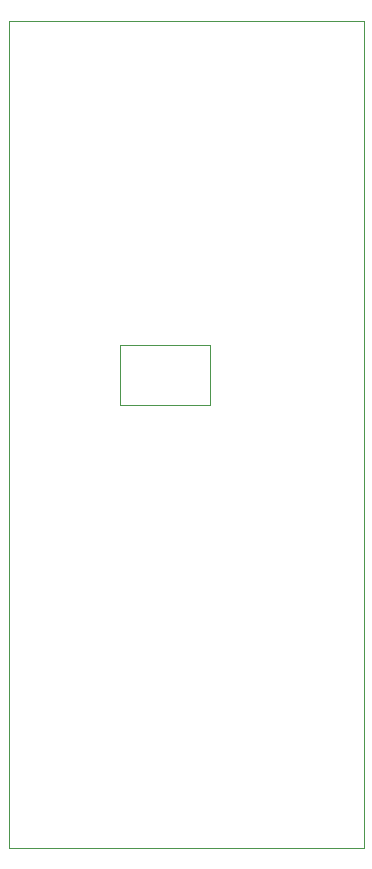
<source format=gm1>
%TF.GenerationSoftware,KiCad,Pcbnew,8.0.7*%
%TF.CreationDate,2025-02-05T23:04:40+01:00*%
%TF.ProjectId,YADCMCB,59414443-4d43-4422-9e6b-696361645f70,rev?*%
%TF.SameCoordinates,Original*%
%TF.FileFunction,Profile,NP*%
%FSLAX46Y46*%
G04 Gerber Fmt 4.6, Leading zero omitted, Abs format (unit mm)*
G04 Created by KiCad (PCBNEW 8.0.7) date 2025-02-05 23:04:40*
%MOMM*%
%LPD*%
G01*
G04 APERTURE LIST*
%TA.AperFunction,Profile*%
%ADD10C,0.050000*%
%TD*%
G04 APERTURE END LIST*
D10*
X1510000Y710000D02*
X31510000Y710000D01*
X31510000Y-69290000D01*
X1510000Y-69290000D01*
X1510000Y710000D01*
%TO.C,U4*%
X10914000Y-26670000D02*
X18542000Y-26670000D01*
X18542000Y-31750000D01*
X10914000Y-31750000D01*
X10914000Y-26670000D01*
%TD*%
M02*

</source>
